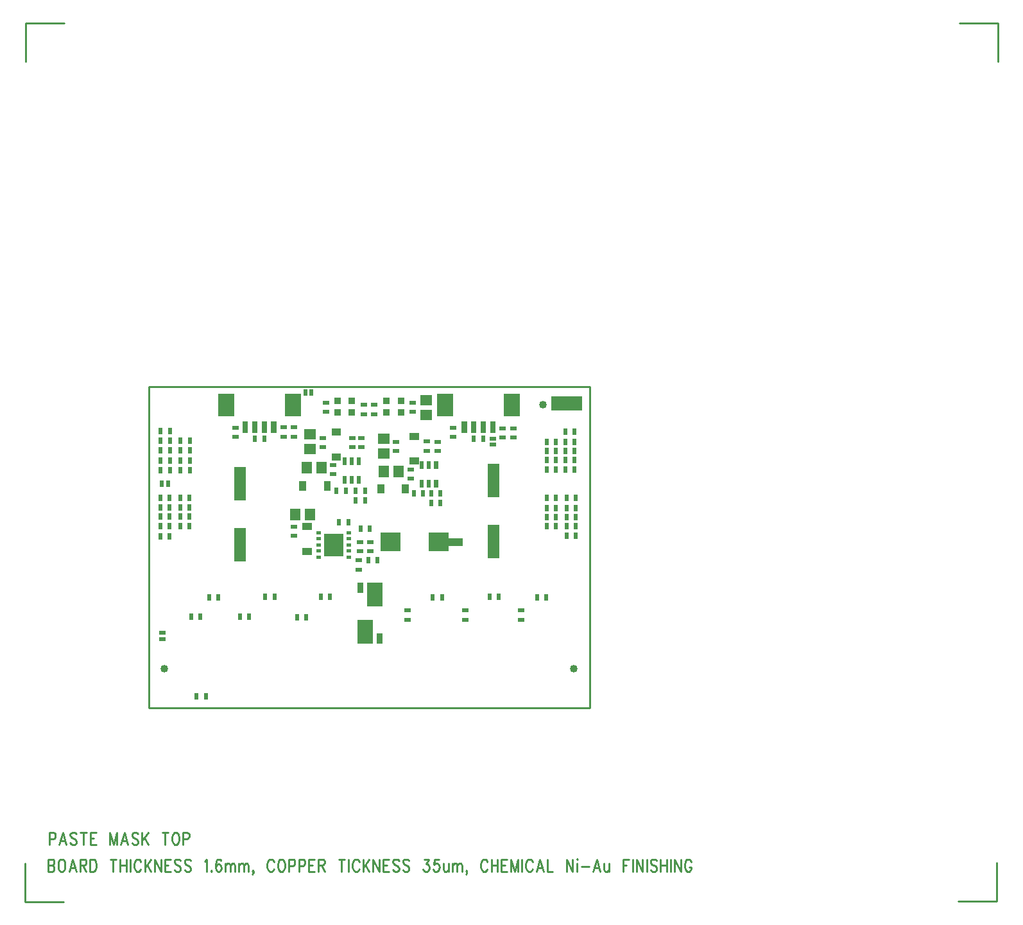
<source format=gbr>
*
*
G04 PADS Layout (Build Number 2007.21.1) generated Gerber (RS-274-X) file*
G04 PC Version=2.1*
*
%IN "2FOC-002.pcb"*%
*
%MOIN*%
*
%FSLAX35Y35*%
*
*
*
*
G04 PC Standard Apertures*
*
*
G04 Thermal Relief Aperture macro.*
%AMTER*
1,1,$1,0,0*
1,0,$1-$2,0,0*
21,0,$3,$4,0,0,45*
21,0,$3,$4,0,0,135*
%
*
*
G04 Annular Aperture macro.*
%AMANN*
1,1,$1,0,0*
1,0,$2,0,0*
%
*
*
G04 Odd Aperture macro.*
%AMODD*
1,1,$1,0,0*
1,0,$1-0.005,0,0*
%
*
*
G04 PC Custom Aperture Macros*
*
*
*
*
*
*
G04 PC Aperture Table*
*
%ADD010C,0.01*%
%ADD016R,0.035X0.024*%
%ADD019R,0.024X0.035*%
%ADD021R,0.032X0.032*%
%ADD024R,0.06X0.17323*%
%ADD026R,0.052X0.06*%
%ADD027R,0.06X0.052*%
%ADD035C,0.04*%
%ADD048R,0.16X0.076*%
%ADD070C,0.001*%
%ADD072R,0.02756X0.02756*%
%ADD073R,0.08268X0.08268*%
%ADD074R,0.03583X0.03583*%
%ADD075R,0.02087X0.02087*%
%ADD076R,0.01575X0.01575*%
%ADD077R,0.10236X0.10236*%
%ADD078R,0.09449X0.09449*%
%ADD079R,0.07992X0.07992*%
%ADD080R,0.02992X0.02992*%
%ADD081R,0.04X0.04*%
*
*
*
*
G04 PC Circuitry*
G04 Layer Name 2FOC-002.pcb - circuitry*
%LPD*%
*
*
G04 PC Custom Flashes*
G04 Layer Name 2FOC-002.pcb - flashes*
%LPD*%
*
*
G04 PC Circuitry*
G04 Layer Name 2FOC-002.pcb - circuitry*
%LPD*%
*
G54D10*
G01X1759843Y1408098D02*
Y1401535D01*
Y1408098D02*
X1761888D01*
X1762570Y1407785*
X1762797Y1407473*
X1763024Y1406848*
Y1405910*
X1762797Y1405285*
X1762570Y1404973*
X1761888Y1404660*
X1759843*
X1766888Y1408098D02*
X1765070Y1401535D01*
X1766888Y1408098D02*
X1768706Y1401535D01*
X1765752Y1403723D02*
X1768024D01*
X1773933Y1407160D02*
X1773479Y1407785D01*
X1772797Y1408098*
X1771888*
X1771206Y1407785*
X1770752Y1407160*
Y1406535*
X1770979Y1405910*
X1771206Y1405598*
X1771661Y1405285*
X1773024Y1404660*
X1773479Y1404348*
X1773706Y1404035*
X1773933Y1403410*
Y1402473*
X1773479Y1401848*
X1772797Y1401535*
X1771888*
X1771206Y1401848*
X1770752Y1402473*
X1777570Y1408098D02*
Y1401535D01*
X1775979Y1408098D02*
X1779161D01*
X1781206D02*
Y1401535D01*
Y1408098D02*
X1784161D01*
X1781206Y1404973D02*
X1783024D01*
X1781206Y1401535D02*
X1784161D01*
X1791433Y1408098D02*
Y1401535D01*
Y1408098D02*
X1793252Y1401535D01*
X1795070Y1408098D02*
X1793252Y1401535D01*
X1795070Y1408098D02*
Y1401535D01*
X1798933Y1408098D02*
X1797115Y1401535D01*
X1798933Y1408098D02*
X1800752Y1401535D01*
X1797797Y1403723D02*
X1800070D01*
X1805979Y1407160D02*
X1805524Y1407785D01*
X1804843Y1408098*
X1803933*
X1803252Y1407785*
X1802797Y1407160*
Y1406535*
X1803024Y1405910*
X1803252Y1405598*
X1803706Y1405285*
X1805070Y1404660*
X1805524Y1404348*
X1805752Y1404035*
X1805979Y1403410*
Y1402473*
X1805524Y1401848*
X1804843Y1401535*
X1803933*
X1803252Y1401848*
X1802797Y1402473*
X1808024Y1408098D02*
Y1401535D01*
X1811206Y1408098D02*
X1808024Y1403723D01*
X1809161Y1405285D02*
X1811206Y1401535D01*
X1820070Y1408098D02*
Y1401535D01*
X1818479Y1408098D02*
X1821661D01*
X1825070D02*
X1824615Y1407785D01*
X1824161Y1407160*
X1823933Y1406535*
X1823706Y1405598*
Y1404035*
X1823933Y1403098*
X1824161Y1402473*
X1824615Y1401848*
X1825070Y1401535*
X1825979*
X1826433Y1401848*
X1826888Y1402473*
X1827115Y1403098*
X1827343Y1404035*
Y1405598*
X1827115Y1406535*
X1826888Y1407160*
X1826433Y1407785*
X1825979Y1408098*
X1825070*
X1829388D02*
Y1401535D01*
Y1408098D02*
X1831433D01*
X1832115Y1407785*
X1832343Y1407473*
X1832570Y1406848*
Y1405910*
X1832343Y1405285*
X1832115Y1404973*
X1831433Y1404660*
X1829388*
X1759252Y1394122D02*
Y1387559D01*
Y1394122D02*
X1761297D01*
X1761979Y1393809*
X1762207Y1393497*
X1762434Y1392872*
Y1392247*
X1762207Y1391622*
X1761979Y1391309*
X1761297Y1390997*
X1759252D02*
X1761297D01*
X1761979Y1390684*
X1762207Y1390372*
X1762434Y1389747*
Y1388809*
X1762207Y1388184*
X1761979Y1387872*
X1761297Y1387559*
X1759252*
X1765843Y1394122D02*
X1765388Y1393809D01*
X1764934Y1393184*
X1764707Y1392559*
X1764479Y1391622*
Y1390059*
X1764707Y1389122*
X1764934Y1388497*
X1765388Y1387872*
X1765843Y1387559*
X1766752*
X1767207Y1387872*
X1767661Y1388497*
X1767888Y1389122*
X1768116Y1390059*
Y1391622*
X1767888Y1392559*
X1767661Y1393184*
X1767207Y1393809*
X1766752Y1394122*
X1765843*
X1771979D02*
X1770161Y1387559D01*
X1771979Y1394122D02*
X1773797Y1387559D01*
X1770843Y1389747D02*
X1773116D01*
X1775843Y1394122D02*
Y1387559D01*
Y1394122D02*
X1777888D01*
X1778570Y1393809*
X1778797Y1393497*
X1779025Y1392872*
Y1392247*
X1778797Y1391622*
X1778570Y1391309*
X1777888Y1390997*
X1775843*
X1777434D02*
X1779025Y1387559D01*
X1781070Y1394122D02*
Y1387559D01*
Y1394122D02*
X1782661D01*
X1783343Y1393809*
X1783797Y1393184*
X1784025Y1392559*
X1784252Y1391622*
Y1390059*
X1784025Y1389122*
X1783797Y1388497*
X1783343Y1387872*
X1782661Y1387559*
X1781070*
X1793116Y1394122D02*
Y1387559D01*
X1791525Y1394122D02*
X1794707D01*
X1796752D02*
Y1387559D01*
X1799934Y1394122D02*
Y1387559D01*
X1796752Y1390997D02*
X1799934D01*
X1801979Y1394122D02*
Y1387559D01*
X1807434Y1392559D02*
X1807207Y1393184D01*
X1806752Y1393809*
X1806297Y1394122*
X1805388*
X1804934Y1393809*
X1804479Y1393184*
X1804252Y1392559*
X1804025Y1391622*
Y1390059*
X1804252Y1389122*
X1804479Y1388497*
X1804934Y1387872*
X1805388Y1387559*
X1806297*
X1806752Y1387872*
X1807207Y1388497*
X1807434Y1389122*
X1809479Y1394122D02*
Y1387559D01*
X1812661Y1394122D02*
X1809479Y1389747D01*
X1810616Y1391309D02*
X1812661Y1387559D01*
X1814707Y1394122D02*
Y1387559D01*
Y1394122D02*
X1817888Y1387559D01*
Y1394122D02*
Y1387559D01*
X1819934Y1394122D02*
Y1387559D01*
Y1394122D02*
X1822888D01*
X1819934Y1390997D02*
X1821752D01*
X1819934Y1387559D02*
X1822888D01*
X1828116Y1393184D02*
X1827661Y1393809D01*
X1826979Y1394122*
X1826070*
X1825388Y1393809*
X1824934Y1393184*
Y1392559*
X1825161Y1391934*
X1825388Y1391622*
X1825843Y1391309*
X1827207Y1390684*
X1827661Y1390372*
X1827888Y1390059*
X1828116Y1389434*
Y1388497*
X1827661Y1387872*
X1826979Y1387559*
X1826070*
X1825388Y1387872*
X1824934Y1388497*
X1833343Y1393184D02*
X1832888Y1393809D01*
X1832207Y1394122*
X1831297*
X1830616Y1393809*
X1830161Y1393184*
Y1392559*
X1830388Y1391934*
X1830616Y1391622*
X1831070Y1391309*
X1832434Y1390684*
X1832888Y1390372*
X1833116Y1390059*
X1833343Y1389434*
Y1388497*
X1832888Y1387872*
X1832207Y1387559*
X1831297*
X1830616Y1387872*
X1830161Y1388497*
X1840616Y1392872D02*
X1841070Y1393184D01*
X1841752Y1394122*
Y1387559*
X1844025Y1388184D02*
X1843797Y1387872D01*
X1844025Y1387559*
X1844252Y1387872*
X1844025Y1388184*
X1849025Y1393184D02*
X1848797Y1393809D01*
X1848116Y1394122*
X1847661*
X1846979Y1393809*
X1846525Y1392872*
X1846297Y1391309*
Y1389747*
X1846525Y1388497*
X1846979Y1387872*
X1847661Y1387559*
X1847888*
X1848570Y1387872*
X1849025Y1388497*
X1849252Y1389434*
Y1389747*
X1849025Y1390684*
X1848570Y1391309*
X1847888Y1391622*
X1847661*
X1846979Y1391309*
X1846525Y1390684*
X1846297Y1389747*
X1851297Y1391934D02*
Y1387559D01*
Y1390684D02*
X1851979Y1391622D01*
X1852434Y1391934*
X1853116*
X1853570Y1391622*
X1853797Y1390684*
Y1387559*
Y1390684D02*
X1854479Y1391622D01*
X1854934Y1391934*
X1855616*
X1856070Y1391622*
X1856297Y1390684*
Y1387559*
X1858343Y1391934D02*
Y1387559D01*
Y1390684D02*
X1859025Y1391622D01*
X1859479Y1391934*
X1860161*
X1860616Y1391622*
X1860843Y1390684*
Y1387559*
Y1390684D02*
X1861525Y1391622D01*
X1861979Y1391934*
X1862661*
X1863116Y1391622*
X1863343Y1390684*
Y1387559*
X1865843Y1387872D02*
X1865616Y1387559D01*
X1865388Y1387872*
X1865616Y1388184*
X1865843Y1387872*
Y1387247*
X1865616Y1386622*
X1865388Y1386309*
X1876525Y1392559D02*
X1876297Y1393184D01*
X1875843Y1393809*
X1875388Y1394122*
X1874479*
X1874025Y1393809*
X1873570Y1393184*
X1873343Y1392559*
X1873116Y1391622*
Y1390059*
X1873343Y1389122*
X1873570Y1388497*
X1874025Y1387872*
X1874479Y1387559*
X1875388*
X1875843Y1387872*
X1876297Y1388497*
X1876525Y1389122*
X1879934Y1394122D02*
X1879479Y1393809D01*
X1879025Y1393184*
X1878797Y1392559*
X1878570Y1391622*
Y1390059*
X1878797Y1389122*
X1879025Y1388497*
X1879479Y1387872*
X1879934Y1387559*
X1880843*
X1881297Y1387872*
X1881752Y1388497*
X1881979Y1389122*
X1882207Y1390059*
Y1391622*
X1881979Y1392559*
X1881752Y1393184*
X1881297Y1393809*
X1880843Y1394122*
X1879934*
X1884252D02*
Y1387559D01*
Y1394122D02*
X1886297D01*
X1886979Y1393809*
X1887207Y1393497*
X1887434Y1392872*
Y1391934*
X1887207Y1391309*
X1886979Y1390997*
X1886297Y1390684*
X1884252*
X1889479Y1394122D02*
Y1387559D01*
Y1394122D02*
X1891525D01*
X1892207Y1393809*
X1892434Y1393497*
X1892661Y1392872*
Y1391934*
X1892434Y1391309*
X1892207Y1390997*
X1891525Y1390684*
X1889479*
X1894707Y1394122D02*
Y1387559D01*
Y1394122D02*
X1897661D01*
X1894707Y1390997D02*
X1896525D01*
X1894707Y1387559D02*
X1897661D01*
X1899707Y1394122D02*
Y1387559D01*
Y1394122D02*
X1901752D01*
X1902434Y1393809*
X1902661Y1393497*
X1902888Y1392872*
Y1392247*
X1902661Y1391622*
X1902434Y1391309*
X1901752Y1390997*
X1899707*
X1901297D02*
X1902888Y1387559D01*
X1911752Y1394122D02*
Y1387559D01*
X1910161Y1394122D02*
X1913343D01*
X1915388D02*
Y1387559D01*
X1920843Y1392559D02*
X1920616Y1393184D01*
X1920161Y1393809*
X1919707Y1394122*
X1918797*
X1918343Y1393809*
X1917888Y1393184*
X1917661Y1392559*
X1917434Y1391622*
Y1390059*
X1917661Y1389122*
X1917888Y1388497*
X1918343Y1387872*
X1918797Y1387559*
X1919707*
X1920161Y1387872*
X1920616Y1388497*
X1920843Y1389122*
X1922888Y1394122D02*
Y1387559D01*
X1926070Y1394122D02*
X1922888Y1389747D01*
X1924025Y1391309D02*
X1926070Y1387559D01*
X1928116Y1394122D02*
Y1387559D01*
Y1394122D02*
X1931297Y1387559D01*
Y1394122D02*
Y1387559D01*
X1933343Y1394122D02*
Y1387559D01*
Y1394122D02*
X1936297D01*
X1933343Y1390997D02*
X1935161D01*
X1933343Y1387559D02*
X1936297D01*
X1941525Y1393184D02*
X1941070Y1393809D01*
X1940388Y1394122*
X1939479*
X1938797Y1393809*
X1938343Y1393184*
Y1392559*
X1938570Y1391934*
X1938797Y1391622*
X1939252Y1391309*
X1940616Y1390684*
X1941070Y1390372*
X1941297Y1390059*
X1941525Y1389434*
Y1388497*
X1941070Y1387872*
X1940388Y1387559*
X1939479*
X1938797Y1387872*
X1938343Y1388497*
X1946752Y1393184D02*
X1946297Y1393809D01*
X1945616Y1394122*
X1944707*
X1944025Y1393809*
X1943570Y1393184*
Y1392559*
X1943797Y1391934*
X1944025Y1391622*
X1944479Y1391309*
X1945843Y1390684*
X1946297Y1390372*
X1946525Y1390059*
X1946752Y1389434*
Y1388497*
X1946297Y1387872*
X1945616Y1387559*
X1944707*
X1944025Y1387872*
X1943570Y1388497*
X1954479Y1394122D02*
X1956979D01*
X1955616Y1391622*
X1956297*
X1956752Y1391309*
X1956979Y1390997*
X1957207Y1390059*
Y1389434*
X1956979Y1388497*
X1956525Y1387872*
X1955843Y1387559*
X1955161*
X1954479Y1387872*
X1954252Y1388184*
X1954025Y1388809*
X1962207Y1394122D02*
X1959934D01*
X1959707Y1391309*
X1959934Y1391622*
X1960616Y1391934*
X1961297*
X1961979Y1391622*
X1962434Y1390997*
X1962661Y1390059*
X1962434Y1389434*
X1962207Y1388497*
X1961752Y1387872*
X1961070Y1387559*
X1960388*
X1959707Y1387872*
X1959479Y1388184*
X1959252Y1388809*
X1964707Y1391934D02*
Y1388809D01*
X1964934Y1387872*
X1965388Y1387559*
X1966070*
X1966525Y1387872*
X1967207Y1388809*
Y1391934D02*
Y1387559D01*
X1969252Y1391934D02*
Y1387559D01*
Y1390684D02*
X1969934Y1391622D01*
X1970388Y1391934*
X1971070*
X1971525Y1391622*
X1971752Y1390684*
Y1387559*
Y1390684D02*
X1972434Y1391622D01*
X1972888Y1391934*
X1973570*
X1974025Y1391622*
X1974252Y1390684*
Y1387559*
X1976752Y1387872D02*
X1976525Y1387559D01*
X1976297Y1387872*
X1976525Y1388184*
X1976752Y1387872*
Y1387247*
X1976525Y1386622*
X1976297Y1386309*
X1987434Y1392559D02*
X1987207Y1393184D01*
X1986752Y1393809*
X1986297Y1394122*
X1985388*
X1984934Y1393809*
X1984479Y1393184*
X1984252Y1392559*
X1984025Y1391622*
Y1390059*
X1984252Y1389122*
X1984479Y1388497*
X1984934Y1387872*
X1985388Y1387559*
X1986297*
X1986752Y1387872*
X1987207Y1388497*
X1987434Y1389122*
X1989479Y1394122D02*
Y1387559D01*
X1992661Y1394122D02*
Y1387559D01*
X1989479Y1390997D02*
X1992661D01*
X1994707Y1394122D02*
Y1387559D01*
Y1394122D02*
X1997661D01*
X1994707Y1390997D02*
X1996525D01*
X1994707Y1387559D02*
X1997661D01*
X1999707Y1394122D02*
Y1387559D01*
Y1394122D02*
X2001525Y1387559D01*
X2003343Y1394122D02*
X2001525Y1387559D01*
X2003343Y1394122D02*
Y1387559D01*
X2005388Y1394122D02*
Y1387559D01*
X2010843Y1392559D02*
X2010616Y1393184D01*
X2010161Y1393809*
X2009707Y1394122*
X2008797*
X2008343Y1393809*
X2007888Y1393184*
X2007661Y1392559*
X2007434Y1391622*
Y1390059*
X2007661Y1389122*
X2007888Y1388497*
X2008343Y1387872*
X2008797Y1387559*
X2009707*
X2010161Y1387872*
X2010616Y1388497*
X2010843Y1389122*
X2014707Y1394122D02*
X2012888Y1387559D01*
X2014707Y1394122D02*
X2016525Y1387559D01*
X2013570Y1389747D02*
X2015843D01*
X2018570Y1394122D02*
Y1387559D01*
X2021297*
X2028570Y1394122D02*
Y1387559D01*
Y1394122D02*
X2031752Y1387559D01*
Y1394122D02*
Y1387559D01*
X2033797Y1394122D02*
X2034025Y1393809D01*
X2034252Y1394122*
X2034025Y1394434*
X2033797Y1394122*
X2034025Y1391934D02*
Y1387559D01*
X2036297Y1390372D02*
X2040388D01*
X2044252Y1394122D02*
X2042434Y1387559D01*
X2044252Y1394122D02*
X2046070Y1387559D01*
X2043116Y1389747D02*
X2045388D01*
X2048116Y1391934D02*
Y1388809D01*
X2048343Y1387872*
X2048797Y1387559*
X2049479*
X2049934Y1387872*
X2050616Y1388809*
Y1391934D02*
Y1387559D01*
X2057888Y1394122D02*
Y1387559D01*
Y1394122D02*
X2060843D01*
X2057888Y1390997D02*
X2059707D01*
X2062888Y1394122D02*
Y1387559D01*
X2064934Y1394122D02*
Y1387559D01*
Y1394122D02*
X2068116Y1387559D01*
Y1394122D02*
Y1387559D01*
X2070161Y1394122D02*
Y1387559D01*
X2075388Y1393184D02*
X2074934Y1393809D01*
X2074252Y1394122*
X2073343*
X2072661Y1393809*
X2072207Y1393184*
Y1392559*
X2072434Y1391934*
X2072661Y1391622*
X2073116Y1391309*
X2074479Y1390684*
X2074934Y1390372*
X2075161Y1390059*
X2075388Y1389434*
Y1388497*
X2074934Y1387872*
X2074252Y1387559*
X2073343*
X2072661Y1387872*
X2072207Y1388497*
X2077434Y1394122D02*
Y1387559D01*
X2080616Y1394122D02*
Y1387559D01*
X2077434Y1390997D02*
X2080616D01*
X2082661Y1394122D02*
Y1387559D01*
X2084707Y1394122D02*
Y1387559D01*
Y1394122D02*
X2087888Y1387559D01*
Y1394122D02*
Y1387559D01*
X2093343Y1392559D02*
X2093116Y1393184D01*
X2092661Y1393809*
X2092207Y1394122*
X2091297*
X2090843Y1393809*
X2090388Y1393184*
X2090161Y1392559*
X2089934Y1391622*
Y1390059*
X2090161Y1389122*
X2090388Y1388497*
X2090843Y1387872*
X2091297Y1387559*
X2092207*
X2092661Y1387872*
X2093116Y1388497*
X2093343Y1389122*
Y1390059*
X2092207D02*
X2093343D01*
X1811638Y1472618D02*
X2040748D01*
Y1639331*
X1811638*
Y1472618*
X1767520Y1828110D02*
X1747520D01*
Y1808110*
X1747441Y1391890D02*
Y1371890D01*
X1767441*
X2232087Y1372205D02*
X2252087D01*
Y1392205*
X2252559Y1808031D02*
Y1828031D01*
X2232559*
G54D16*
X1945811Y1523195D03*
Y1518395D03*
X1975811Y1523195D03*
Y1518395D03*
X2004811Y1523195D03*
Y1518395D03*
X1926575Y1558660D03*
Y1553860D03*
X1920472Y1549211D03*
Y1544411D03*
X1887075Y1613395D03*
Y1618195D03*
X1881575Y1613395D03*
Y1618195D03*
X1995276Y1612915D03*
Y1617715D03*
X2000787Y1612915D03*
Y1617715D03*
X1856693Y1618109D03*
Y1613309D03*
X1969685Y1618109D03*
Y1613309D03*
X1928543Y1625120D03*
Y1629920D03*
X1948520Y1630994D03*
Y1626194D03*
X1903520D03*
Y1630994D03*
X1923425Y1629920D03*
Y1625120D03*
X1947531Y1596270D03*
Y1591470D03*
X1961531Y1610770D03*
Y1605970D03*
X1940031Y1610770D03*
Y1605970D03*
X1917323Y1612597D03*
Y1607797D03*
X1907433Y1598664D03*
Y1593864D03*
X1901933Y1612664D03*
Y1607864D03*
X1921260Y1558660D03*
Y1553860D03*
X1886791Y1566703D03*
Y1561903D03*
X1922047Y1612597D03*
Y1607797D03*
X1955929Y1610845D03*
Y1606045D03*
X1990181Y1612382D03*
Y1609232D03*
X1818504Y1511575D03*
Y1508425D03*
G54D19*
X1838424Y1519843D03*
X1833624D03*
X2033306Y1561969D03*
X2028506D03*
X1817482Y1561772D03*
X1822282D03*
X2032715Y1615906D03*
X2027915D03*
X1817482Y1581654D03*
X1822282D03*
X1817482Y1576732D03*
X1822282D03*
X1863620Y1519843D03*
X1858820D03*
X1959017Y1529882D03*
X1963817D03*
X1988545Y1530276D03*
X1993345D03*
X2013151Y1530079D03*
X2017951D03*
X1893345Y1519646D03*
X1888545D03*
X1842876Y1530079D03*
X1847676D03*
X1925553Y1549370D03*
X1930353D03*
X1872009Y1530276D03*
X1876809D03*
X1817482Y1572008D03*
X1822282D03*
X1958131Y1583870D03*
X1962931D03*
X1900946Y1530276D03*
X1905746D03*
X1871475Y1612295D03*
X1866675D03*
X1985211D03*
X1980411D03*
X1953931Y1583870D03*
X1949131D03*
X1919033Y1585264D03*
X1923833D03*
X1913833D03*
X1909033D03*
X1817482Y1566890D03*
X1822282D03*
X1919033Y1580264D03*
X1923833D03*
X1822479Y1611378D03*
X1817679D03*
X1822479Y1606260D03*
X1817679D03*
X1822479Y1600945D03*
X1817679D03*
X1958131Y1578870D03*
X1962931D03*
X1822479Y1596024D03*
X1817679D03*
Y1616299D03*
X1822479D03*
X2028506Y1566890D03*
X2033306D03*
X2028506Y1571614D03*
X2033306D03*
X2028506Y1576339D03*
X2033306D03*
X2027915Y1596417D03*
X2032715D03*
X2028506Y1581457D03*
X2033306D03*
X2027915Y1601142D03*
X2032715D03*
X2027915Y1605866D03*
X2032715D03*
X2027915Y1610787D03*
X2032715D03*
X1841180Y1478504D03*
X1836380D03*
X1910391Y1568803D03*
X1915191D03*
X1832715Y1572008D03*
X1827915D03*
X1832715Y1576732D03*
X1827915D03*
X1832715Y1581654D03*
X1827915D03*
X1832715Y1566890D03*
X1827915D03*
X1832912Y1611378D03*
X1828112D03*
X1832912Y1606260D03*
X1828112D03*
X1832912Y1600945D03*
X1828112D03*
X1832912Y1596024D03*
X1828112D03*
X1921616Y1565512D03*
X1926416D03*
X2018269Y1566890D03*
X2023069D03*
X2018269Y1571614D03*
X2023069D03*
X2018269Y1576339D03*
X2023069D03*
X2018269Y1581457D03*
X2023069D03*
X2018269Y1605866D03*
X2023069D03*
X2018269Y1601142D03*
X2023069D03*
X2018269Y1596417D03*
X2023069D03*
X2018269Y1610787D03*
X2023069D03*
X1892937Y1636398D03*
X1896087D03*
X1818331Y1588957D03*
X1821480D03*
G54D21*
X1942520Y1632094D03*
Y1626094D03*
X1935020Y1632094D03*
Y1626094D03*
X1917020Y1632094D03*
Y1626094D03*
X1909520Y1632044D03*
Y1626044D03*
G54D24*
X1858858Y1588937D03*
Y1557441D03*
X1990748Y1590512D03*
Y1559016D03*
G54D26*
X1887735Y1572795D03*
X1895335D03*
X1941331Y1595370D03*
X1933731D03*
X1901233Y1597264D03*
X1893633D03*
G54D27*
X1933531Y1612170D03*
Y1604570D03*
X1895433Y1614564D03*
Y1606964D03*
X1955535Y1632324D03*
Y1624724D03*
G54D35*
X2016362Y1630098D03*
X2032145Y1493042D03*
X1819547Y1492845D03*
G54D48*
X2028740Y1630472D03*
G54D70*
G54D72*
X1876457Y1620067D02*
Y1616524D01*
X1871535Y1620067D02*
Y1616524D01*
X1866614Y1620067D02*
Y1616524D01*
X1861693Y1620067D02*
Y1616524D01*
X1990193Y1620067D02*
Y1616524D01*
X1985272Y1620067D02*
Y1616524D01*
X1980350Y1620067D02*
Y1616524D01*
X1975429Y1620067D02*
Y1616524D01*
G54D73*
X1886496Y1631484D02*
Y1627941D01*
X1851654Y1631484D02*
Y1627941D01*
X2000232Y1631484D02*
Y1627941D01*
X1965390Y1631484D02*
Y1627941D01*
G54D74*
X1932031Y1585760D02*
Y1586980D01*
X1944906Y1585760D02*
Y1586980D01*
X1948823Y1613563D02*
X1950043D01*
X1948823Y1600689D02*
X1950043D01*
X1908323Y1615764D02*
X1909543D01*
X1908323Y1602890D02*
X1909543D01*
X1891433Y1587154D02*
Y1588374D01*
X1904307Y1587154D02*
Y1588374D01*
X1894402Y1553803D02*
X1893181D01*
X1894402Y1566677D02*
X1893181D01*
G54D75*
X1953291Y1588024D02*
Y1590071D01*
X1957031Y1588024D02*
Y1590071D01*
X1960772Y1588024D02*
Y1590071D01*
Y1597669D02*
Y1599717D01*
X1957031Y1597669D02*
Y1599717D01*
X1953291Y1597669D02*
Y1599717D01*
X1913193Y1589917D02*
Y1591965D01*
X1916933Y1589917D02*
Y1591965D01*
X1920673Y1589917D02*
Y1591965D01*
Y1599563D02*
Y1601610D01*
X1916933Y1599563D02*
Y1601610D01*
X1913193Y1599563D02*
Y1601610D01*
G54D76*
X1899352Y1563506D02*
X1900140D01*
X1899352Y1560356D02*
X1900140D01*
X1899352Y1557206D02*
X1900140D01*
X1899352Y1554057D02*
X1900140D01*
X1899352Y1550907D02*
X1900140D01*
X1915100D02*
X1915888D01*
X1915100Y1554057D02*
X1915888D01*
X1915100Y1557206D02*
X1915888D01*
X1915100Y1560356D02*
X1915888D01*
X1915100Y1563506D02*
X1915888D01*
G54D77*
X1907620Y1557994D02*
Y1556419D01*
G54D78*
X1936614Y1558819D02*
X1937402D01*
X1961811D02*
X1962598D01*
G54D79*
X1923906Y1509846D02*
Y1514374D01*
X1929110Y1529244D02*
Y1533772D01*
G54D80*
X1931602Y1507327D02*
Y1509846D01*
X1921409Y1533768D02*
Y1536287D01*
G54D81*
X1968744Y1558622D03*
X1972595D03*
X0Y0D02*
M02*

</source>
